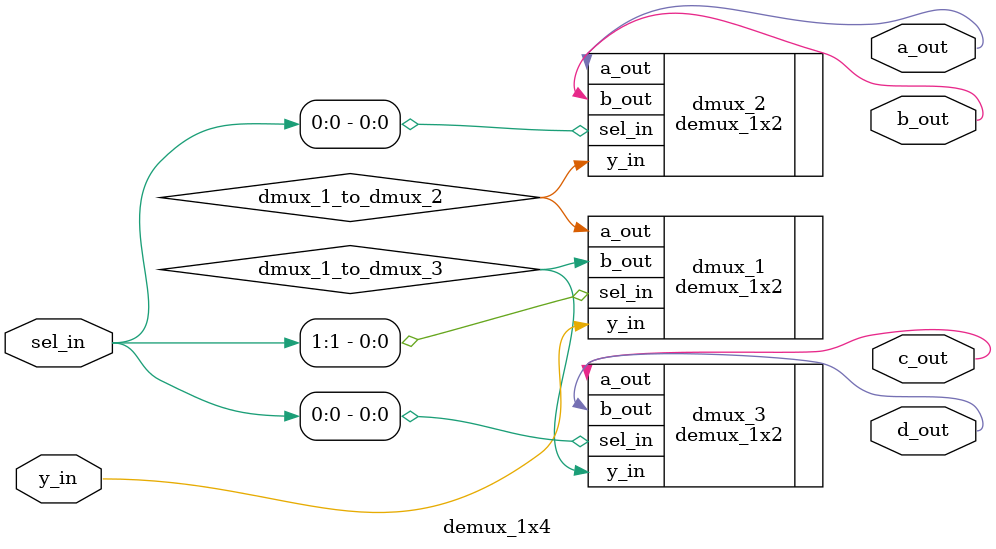
<source format=sv>
/*********************************************************/
// MODULE: 
//
// FILE NAME: demux_1x4.sv 
// VERSION: 0.1
// DATE: 2021-May-22 
// AUTHOR: KavinRaj D
//
// CODE TYPE: RTL or Behavioral Level
//
// DESCRIPTION:
//
/*********************************************************/

module demux_1x4
(
	input logic y_in,
	input logic [1:0] sel_in,
	output logic a_out, b_out, c_out, d_out
);

logic dmux_1_to_dmux_2, dmux_1_to_dmux_3;

demux_1x2 dmux_1(
	.y_in( y_in ),
	.sel_in( sel_in[1] ),
	.a_out( dmux_1_to_dmux_2 ),
	.b_out( dmux_1_to_dmux_3 )
);
demux_1x2 dmux_2(
	.y_in( dmux_1_to_dmux_2 ),
	.sel_in( sel_in[0] ),
	.a_out( a_out ),
	.b_out( b_out )
);
demux_1x2 dmux_3(
	.y_in( dmux_1_to_dmux_3 ),
	.sel_in( sel_in[0] ),
	.a_out( c_out ),
	.b_out( d_out )
);

endmodule : demux_1x4

</source>
